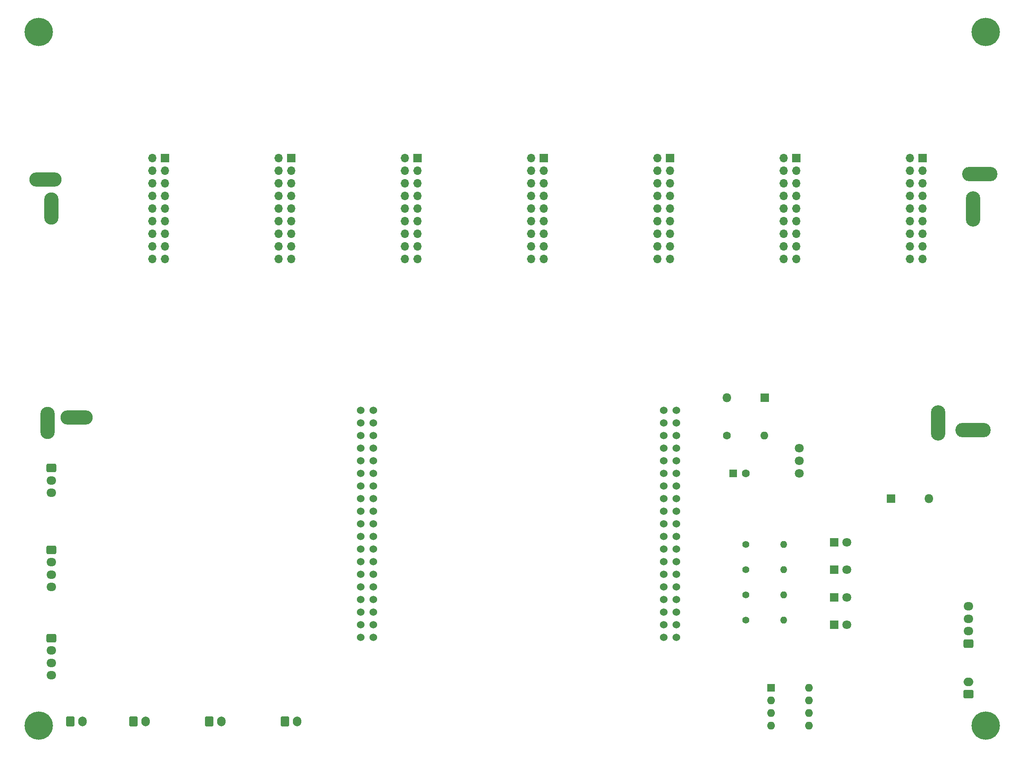
<source format=gbr>
G04 #@! TF.GenerationSoftware,KiCad,Pcbnew,7.0.2*
G04 #@! TF.CreationDate,2023-07-03T12:24:19+09:00*
G04 #@! TF.ProjectId,undercarriage_system,756e6465-7263-4617-9272-696167655f73,rev?*
G04 #@! TF.SameCoordinates,Original*
G04 #@! TF.FileFunction,Soldermask,Top*
G04 #@! TF.FilePolarity,Negative*
%FSLAX46Y46*%
G04 Gerber Fmt 4.6, Leading zero omitted, Abs format (unit mm)*
G04 Created by KiCad (PCBNEW 7.0.2) date 2023-07-03 12:24:19*
%MOMM*%
%LPD*%
G01*
G04 APERTURE LIST*
G04 Aperture macros list*
%AMRoundRect*
0 Rectangle with rounded corners*
0 $1 Rounding radius*
0 $2 $3 $4 $5 $6 $7 $8 $9 X,Y pos of 4 corners*
0 Add a 4 corners polygon primitive as box body*
4,1,4,$2,$3,$4,$5,$6,$7,$8,$9,$2,$3,0*
0 Add four circle primitives for the rounded corners*
1,1,$1+$1,$2,$3*
1,1,$1+$1,$4,$5*
1,1,$1+$1,$6,$7*
1,1,$1+$1,$8,$9*
0 Add four rect primitives between the rounded corners*
20,1,$1+$1,$2,$3,$4,$5,0*
20,1,$1+$1,$4,$5,$6,$7,0*
20,1,$1+$1,$6,$7,$8,$9,0*
20,1,$1+$1,$8,$9,$2,$3,0*%
G04 Aperture macros list end*
%ADD10C,1.600000*%
%ADD11O,1.600000X1.600000*%
%ADD12R,1.600000X1.600000*%
%ADD13R,1.800000X1.800000*%
%ADD14C,1.800000*%
%ADD15C,5.700000*%
%ADD16RoundRect,0.250000X-0.725000X0.600000X-0.725000X-0.600000X0.725000X-0.600000X0.725000X0.600000X0*%
%ADD17O,1.950000X1.700000*%
%ADD18RoundRect,0.250000X0.750000X-0.600000X0.750000X0.600000X-0.750000X0.600000X-0.750000X-0.600000X0*%
%ADD19O,2.000000X1.700000*%
%ADD20R,1.700000X1.700000*%
%ADD21O,1.700000X1.700000*%
%ADD22C,1.400000*%
%ADD23O,1.400000X1.400000*%
%ADD24RoundRect,0.250000X0.725000X-0.600000X0.725000X0.600000X-0.725000X0.600000X-0.725000X-0.600000X0*%
%ADD25O,2.900000X6.500000*%
%ADD26O,6.500000X2.900000*%
%ADD27O,1.800000X1.800000*%
%ADD28RoundRect,0.250000X-0.600000X-0.750000X0.600000X-0.750000X0.600000X0.750000X-0.600000X0.750000X0*%
%ADD29O,1.700000X2.000000*%
%ADD30O,7.100000X2.900000*%
%ADD31O,2.900000X7.100000*%
%ADD32C,1.524000*%
G04 APERTURE END LIST*
D10*
X161350000Y-101600000D03*
D11*
X168850000Y-101600000D03*
D12*
X170180000Y-152400000D03*
D11*
X170180000Y-154940000D03*
X170180000Y-157480000D03*
X170180000Y-160020000D03*
X177800000Y-160020000D03*
X177800000Y-157480000D03*
X177800000Y-154940000D03*
X177800000Y-152400000D03*
D13*
X182880000Y-139700000D03*
D14*
X185420000Y-139700000D03*
D15*
X22860000Y-20320000D03*
D16*
X25400000Y-142360000D03*
D17*
X25400000Y-144860000D03*
X25400000Y-147360000D03*
X25400000Y-149860000D03*
D18*
X209910000Y-153650000D03*
D19*
X209910000Y-151150000D03*
D14*
X175920000Y-104140000D03*
X175920000Y-106680000D03*
X175920000Y-109220000D03*
D20*
X200660000Y-45720000D03*
D21*
X198120000Y-45720000D03*
X200660000Y-48260000D03*
X198120000Y-48260000D03*
X200660000Y-50800000D03*
X198120000Y-50800000D03*
X200660000Y-53340000D03*
X198120000Y-53340000D03*
X200660000Y-55880000D03*
X198120000Y-55880000D03*
X200660000Y-58420000D03*
X198120000Y-58420000D03*
X200660000Y-60960000D03*
X198120000Y-60960000D03*
X200660000Y-63500000D03*
X198120000Y-63500000D03*
X200660000Y-66040000D03*
X198120000Y-66040000D03*
D22*
X165100000Y-128600000D03*
D23*
X172720000Y-128600000D03*
D20*
X48260000Y-45720000D03*
D21*
X45720000Y-45720000D03*
X48260000Y-48260000D03*
X45720000Y-48260000D03*
X48260000Y-50800000D03*
X45720000Y-50800000D03*
X48260000Y-53340000D03*
X45720000Y-53340000D03*
X48260000Y-55880000D03*
X45720000Y-55880000D03*
X48260000Y-58420000D03*
X45720000Y-58420000D03*
X48260000Y-60960000D03*
X45720000Y-60960000D03*
X48260000Y-63500000D03*
X45720000Y-63500000D03*
X48260000Y-66040000D03*
X45720000Y-66040000D03*
D20*
X73660000Y-45720000D03*
D21*
X71120000Y-45720000D03*
X73660000Y-48260000D03*
X71120000Y-48260000D03*
X73660000Y-50800000D03*
X71120000Y-50800000D03*
X73660000Y-53340000D03*
X71120000Y-53340000D03*
X73660000Y-55880000D03*
X71120000Y-55880000D03*
X73660000Y-58420000D03*
X71120000Y-58420000D03*
X73660000Y-60960000D03*
X71120000Y-60960000D03*
X73660000Y-63500000D03*
X71120000Y-63500000D03*
X73660000Y-66040000D03*
X71120000Y-66040000D03*
D16*
X25400000Y-124580000D03*
D17*
X25400000Y-127080000D03*
X25400000Y-129580000D03*
X25400000Y-132080000D03*
D15*
X213360000Y-20320000D03*
D22*
X165100000Y-123520000D03*
D23*
X172720000Y-123520000D03*
D16*
X25400000Y-108090000D03*
D17*
X25400000Y-110590000D03*
X25400000Y-113090000D03*
D22*
X165100000Y-138760000D03*
D23*
X172720000Y-138760000D03*
D24*
X209910000Y-143450000D03*
D17*
X209910000Y-140950000D03*
X209910000Y-138450000D03*
X209910000Y-135950000D03*
D13*
X182880000Y-123050000D03*
D14*
X185420000Y-123050000D03*
D25*
X24640000Y-99060000D03*
D26*
X30540000Y-97885000D03*
D13*
X194310000Y-114300000D03*
D27*
X201930000Y-114300000D03*
D22*
X165100000Y-133680000D03*
D23*
X172720000Y-133680000D03*
D28*
X57170000Y-159110000D03*
D29*
X59670000Y-159110000D03*
D15*
X22860000Y-160020000D03*
D30*
X212195000Y-48890000D03*
D31*
X210820000Y-55890000D03*
D20*
X99060000Y-45720000D03*
D21*
X96520000Y-45720000D03*
X99060000Y-48260000D03*
X96520000Y-48260000D03*
X99060000Y-50800000D03*
X96520000Y-50800000D03*
X99060000Y-53340000D03*
X96520000Y-53340000D03*
X99060000Y-55880000D03*
X96520000Y-55880000D03*
X99060000Y-58420000D03*
X96520000Y-58420000D03*
X99060000Y-60960000D03*
X96520000Y-60960000D03*
X99060000Y-63500000D03*
X96520000Y-63500000D03*
X99060000Y-66040000D03*
X96520000Y-66040000D03*
D28*
X41930000Y-159110000D03*
D29*
X44430000Y-159110000D03*
D13*
X182880000Y-134150000D03*
D14*
X185420000Y-134150000D03*
D13*
X182880000Y-128600000D03*
D14*
X185420000Y-128600000D03*
D28*
X29230000Y-159110000D03*
D29*
X31730000Y-159110000D03*
D20*
X175260000Y-45720000D03*
D21*
X172720000Y-45720000D03*
X175260000Y-48260000D03*
X172720000Y-48260000D03*
X175260000Y-50800000D03*
X172720000Y-50800000D03*
X175260000Y-53340000D03*
X172720000Y-53340000D03*
X175260000Y-55880000D03*
X172720000Y-55880000D03*
X175260000Y-58420000D03*
X172720000Y-58420000D03*
X175260000Y-60960000D03*
X172720000Y-60960000D03*
X175260000Y-63500000D03*
X172720000Y-63500000D03*
X175260000Y-66040000D03*
X172720000Y-66040000D03*
D20*
X124460000Y-45720000D03*
D21*
X121920000Y-45720000D03*
X124460000Y-48260000D03*
X121920000Y-48260000D03*
X124460000Y-50800000D03*
X121920000Y-50800000D03*
X124460000Y-53340000D03*
X121920000Y-53340000D03*
X124460000Y-55880000D03*
X121920000Y-55880000D03*
X124460000Y-58420000D03*
X121920000Y-58420000D03*
X124460000Y-60960000D03*
X121920000Y-60960000D03*
X124460000Y-63500000D03*
X121920000Y-63500000D03*
X124460000Y-66040000D03*
X121920000Y-66040000D03*
D12*
X162600000Y-109220000D03*
D10*
X165100000Y-109220000D03*
D26*
X24225000Y-49980000D03*
D25*
X25400000Y-55880000D03*
D32*
X151130000Y-142240000D03*
X148590000Y-142240000D03*
X151130000Y-139700000D03*
X148590000Y-139700000D03*
X151130000Y-137160000D03*
X148590000Y-137160000D03*
X151130000Y-134620000D03*
X148590000Y-134620000D03*
X151130000Y-132080000D03*
X148590000Y-132080000D03*
X151130000Y-129540000D03*
X148590000Y-129540000D03*
X151130000Y-127000000D03*
X148590000Y-127000000D03*
X151130000Y-124460000D03*
X148590000Y-124460000D03*
X151130000Y-121920000D03*
X148590000Y-121920000D03*
X151130000Y-119380000D03*
X148590000Y-119380000D03*
X151130000Y-116840000D03*
X148590000Y-116840000D03*
X151130000Y-114300000D03*
X148590000Y-114300000D03*
X151130000Y-111760000D03*
X148590000Y-111760000D03*
X151130000Y-109220000D03*
X148590000Y-109220000D03*
X151130000Y-106680000D03*
X148590000Y-106680000D03*
X151130000Y-104140000D03*
X148590000Y-104140000D03*
X151130000Y-101600000D03*
X148590000Y-101600000D03*
X151130000Y-99060000D03*
X148590000Y-99060000D03*
X151130000Y-96520000D03*
X148590000Y-96520000D03*
X90170000Y-142240000D03*
X87630000Y-142240000D03*
X90170000Y-139700000D03*
X87630000Y-139700000D03*
X90170000Y-137160000D03*
X87630000Y-137160000D03*
X90170000Y-134620000D03*
X87630000Y-134620000D03*
X90170000Y-132080000D03*
X87630000Y-132080000D03*
X90170000Y-129540000D03*
X87630000Y-129540000D03*
X90170000Y-127000000D03*
X87630000Y-127000000D03*
X90170000Y-124460000D03*
X87630000Y-124460000D03*
X90170000Y-121920000D03*
X87630000Y-121920000D03*
X90170000Y-119380000D03*
X87630000Y-119380000D03*
X90170000Y-116840000D03*
X87630000Y-116840000D03*
X90170000Y-114300000D03*
X87630000Y-114300000D03*
X90170000Y-111760000D03*
X87630000Y-111760000D03*
X90170000Y-109220000D03*
X87630000Y-109220000D03*
X90170000Y-106680000D03*
X87630000Y-106680000D03*
X90170000Y-104140000D03*
X87630000Y-104140000D03*
X90170000Y-101600000D03*
X87630000Y-101600000D03*
X90170000Y-99060000D03*
X87630000Y-99060000D03*
X90170000Y-96520000D03*
X87630000Y-96520000D03*
D13*
X168910000Y-93980000D03*
D27*
X161290000Y-93980000D03*
D20*
X149860000Y-45720000D03*
D21*
X147320000Y-45720000D03*
X149860000Y-48260000D03*
X147320000Y-48260000D03*
X149860000Y-50800000D03*
X147320000Y-50800000D03*
X149860000Y-53340000D03*
X147320000Y-53340000D03*
X149860000Y-55880000D03*
X147320000Y-55880000D03*
X149860000Y-58420000D03*
X147320000Y-58420000D03*
X149860000Y-60960000D03*
X147320000Y-60960000D03*
X149860000Y-63500000D03*
X147320000Y-63500000D03*
X149860000Y-66040000D03*
X147320000Y-66040000D03*
D15*
X213360000Y-160020000D03*
D31*
X203830000Y-99060000D03*
D30*
X210830000Y-100435000D03*
D28*
X72410000Y-159110000D03*
D29*
X74910000Y-159110000D03*
M02*

</source>
